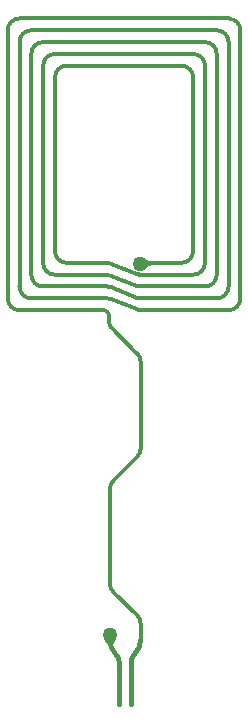
<source format=gtl>
G04 Layer_Physical_Order=1*
G04 Layer_Color=255*
%FSLAX24Y24*%
%MOIN*%
G70*
G01*
G75*
%ADD10C,0.0118*%
%ADD11C,0.0150*%
%ADD12C,0.0118*%
%ADD13C,0.0500*%
G36*
X6678Y15945D02*
X6748Y15897D01*
X6769Y15886D01*
X6789Y15876D01*
X6807Y15869D01*
X6824Y15863D01*
X6840Y15860D01*
X6854Y15859D01*
X6858Y15830D01*
X6864Y15829D01*
Y15784D01*
X6869Y15741D01*
X6864Y15741D01*
Y15711D01*
X6848Y15710D01*
X6832Y15707D01*
X6815Y15701D01*
X6797Y15693D01*
X6779Y15682D01*
X6759Y15669D01*
X6739Y15654D01*
X6697Y15617D01*
X6674Y15595D01*
Y15781D01*
X6652Y15965D01*
X6678Y15945D01*
D02*
G37*
G36*
X5654Y3187D02*
X5638Y3167D01*
X5625Y3147D01*
X5615Y3128D01*
X5606Y3110D01*
X5601Y3091D01*
X5598Y3074D01*
X5597Y3056D01*
X5600Y3039D01*
X5604Y3023D01*
X5448Y3018D01*
X5442Y3035D01*
X5435Y3052D01*
X5426Y3070D01*
X5416Y3088D01*
X5404Y3105D01*
X5391Y3123D01*
X5360Y3160D01*
X5342Y3178D01*
X5323Y3196D01*
X5673Y3207D01*
X5654Y3187D01*
D02*
G37*
D10*
X6516Y3773D02*
G03*
X6400Y4051I-394J0D01*
G01*
X6408Y9340D02*
G03*
X6516Y9599I-259J259D01*
G01*
X5608Y8539D02*
G03*
X5492Y8261I278J-278D01*
G01*
Y5111D02*
G03*
X5608Y4833I394J0D01*
G01*
X6514Y12510D02*
G03*
X6400Y12786I-390J0D01*
G01*
X5465Y13790D02*
G03*
X5518Y13661I183J0D01*
G01*
X5465Y14048D02*
G03*
X5288Y14225I-177J0D01*
G01*
X5537Y15772D02*
G03*
X5390Y15800I-147J-365D01*
G01*
X5537Y15378D02*
G03*
X5390Y15407I-147J-365D01*
G01*
X5537Y14984D02*
G03*
X5390Y15013I-147J-365D01*
G01*
X5537Y14590D02*
G03*
X5390Y14619I-147J-365D01*
G01*
X8268Y21981D02*
G03*
X7874Y22375I-394J0D01*
G01*
X8662D02*
G03*
X8268Y22769I-394J0D01*
G01*
X9055D02*
G03*
X8662Y23162I-394J0D01*
G01*
X9449D02*
G03*
X9055Y23556I-394J0D01*
G01*
X9843D02*
G03*
X9449Y23950I-394J0D01*
G01*
X3661Y16194D02*
G03*
X4055Y15800I394J0D01*
G01*
X3268D02*
G03*
X3661Y15407I394J0D01*
G01*
X2874D02*
G03*
X3268Y15013I394J0D01*
G01*
X2480Y15013D02*
G03*
X2874Y14619I394J0D01*
G01*
X2087D02*
G03*
X2480Y14225I394J0D01*
G01*
Y23950D02*
G03*
X2087Y23556I0J-394D01*
G01*
X2874D02*
G03*
X2480Y23162I0J-394D01*
G01*
X3268Y23162D02*
G03*
X2874Y22769I0J-394D01*
G01*
X3661D02*
G03*
X3268Y22375I0J-394D01*
G01*
X4055D02*
G03*
X3661Y21981I0J-394D01*
G01*
X7874Y15800D02*
G03*
X8268Y16194I0J394D01*
G01*
Y15407D02*
G03*
X8662Y15800I0J394D01*
G01*
Y15013D02*
G03*
X9055Y15407I0J394D01*
G01*
Y14619D02*
G03*
X9449Y15013I0J394D01*
G01*
X9449Y14225D02*
G03*
X9843Y14619I0J394D01*
G01*
X6389Y9321D02*
X6408Y9340D01*
X5492Y8261D02*
Y8261D01*
X6378Y12808D02*
X6400Y12786D01*
X5465Y13790D02*
Y13796D01*
Y14010D02*
Y14048D01*
X2480Y14225D02*
X2500D01*
X2480Y23162D02*
Y23162D01*
X9449Y15013D02*
Y15013D01*
X6516Y3243D02*
Y3773D01*
Y3243D02*
X6517Y3242D01*
D11*
X6316Y2757D02*
G03*
X6202Y2483I274J-274D01*
G01*
X6316Y2757D02*
G03*
X6517Y3242I-486J486D01*
G01*
X5492Y3232D02*
G03*
X5693Y2747I687J0D01*
G01*
X5807Y2473D02*
G03*
X5693Y2747I-387J0D01*
G01*
X6201Y1080D02*
Y2469D01*
X5492Y3232D02*
Y3380D01*
X5807Y1080D02*
Y2473D01*
D12*
X5518Y13661D02*
X6378Y12808D01*
X5465Y13796D02*
Y14010D01*
X2087Y14619D02*
Y23556D01*
X2480Y23950D02*
X9449D01*
X9843Y14619D02*
Y23556D01*
X6539Y14225D02*
X9449D01*
X5534Y14592D02*
X6395Y14253D01*
X2874Y14619D02*
X5390D01*
X2480Y15013D02*
Y23162D01*
X2874Y23556D02*
X9055D01*
X9449Y15013D02*
Y23162D01*
X6539Y14619D02*
X9055D01*
X5534Y14985D02*
X6395Y14646D01*
X3268Y15013D02*
X5390D01*
X6539D02*
X8662D01*
X6539Y15407D02*
X8268D01*
X6516Y15800D02*
X7874D01*
X3661Y15407D02*
X5390D01*
X4055Y15800D02*
X5390D01*
X2874Y15407D02*
Y22769D01*
X3268Y15800D02*
Y22375D01*
X3661Y16194D02*
Y21981D01*
X4055Y22375D02*
X7874D01*
X3661Y22769D02*
X8268D01*
X3268Y23162D02*
X8662D01*
X8268Y16194D02*
Y21981D01*
X8662Y15800D02*
Y22375D01*
X9055Y15407D02*
Y22769D01*
X5534Y15379D02*
X6395Y15040D01*
X5534Y15773D02*
X6395Y15434D01*
X6514Y12510D02*
X6516Y9599D01*
X5608Y4833D02*
X6400Y4051D01*
X5492Y5111D02*
Y8261D01*
X5608Y8539D02*
X6389Y9321D01*
X6529Y14225D02*
X6539Y14225D01*
X6502Y14227D02*
X6529Y14225D01*
X6474Y14231D02*
X6502Y14227D01*
X6447Y14236D02*
X6474Y14231D01*
X6421Y14244D02*
X6447Y14236D01*
X6395Y14253D02*
X6421Y14244D01*
X6529Y14619D02*
X6539Y14619D01*
X6502Y14621D02*
X6529Y14619D01*
X6474Y14624D02*
X6502Y14621D01*
X6447Y14630D02*
X6474Y14624D01*
X6421Y14637D02*
X6447Y14630D01*
X6395Y14646D02*
X6421Y14637D01*
X6529Y15013D02*
X6539Y15013D01*
X6502Y15015D02*
X6529Y15013D01*
X6474Y15018D02*
X6502Y15015D01*
X6447Y15024D02*
X6474Y15018D01*
X6421Y15031D02*
X6447Y15024D01*
X6395Y15040D02*
X6421Y15031D01*
X6529Y15407D02*
X6539Y15407D01*
X6502Y15408D02*
X6529Y15407D01*
X6474Y15412D02*
X6502Y15408D01*
X6447Y15417D02*
X6474Y15412D01*
X6421Y15425D02*
X6447Y15417D01*
X6395Y15434D02*
X6421Y15425D01*
X2500Y14225D02*
X5288D01*
D13*
X5492Y3380D02*
D03*
X6496Y15770D02*
D03*
M02*

</source>
